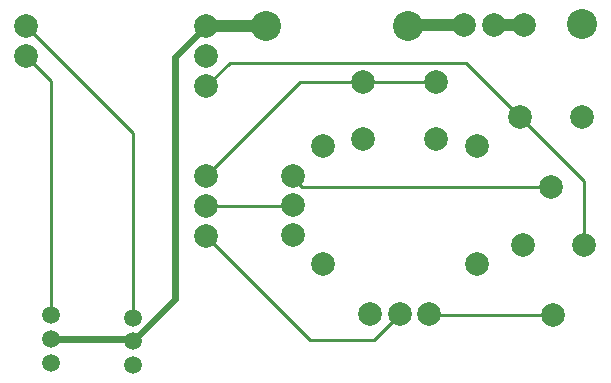
<source format=gbr>
%TF.GenerationSoftware,KiCad,Pcbnew,9.0.0*%
%TF.CreationDate,2025-03-09T11:13:04+01:00*%
%TF.ProjectId,telecommande,74656c65-636f-46d6-9d61-6e64652e6b69,rev?*%
%TF.SameCoordinates,Original*%
%TF.FileFunction,Copper,L1,Top*%
%TF.FilePolarity,Positive*%
%FSLAX46Y46*%
G04 Gerber Fmt 4.6, Leading zero omitted, Abs format (unit mm)*
G04 Created by KiCad (PCBNEW 9.0.0) date 2025-03-09 11:13:04*
%MOMM*%
%LPD*%
G01*
G04 APERTURE LIST*
%TA.AperFunction,ComponentPad*%
%ADD10C,1.500000*%
%TD*%
%TA.AperFunction,ComponentPad*%
%ADD11C,2.540000*%
%TD*%
%TA.AperFunction,ComponentPad*%
%ADD12C,2.000000*%
%TD*%
%TA.AperFunction,Conductor*%
%ADD13C,0.250000*%
%TD*%
%TA.AperFunction,Conductor*%
%ADD14C,1.000000*%
%TD*%
%TA.AperFunction,Conductor*%
%ADD15C,0.600000*%
%TD*%
G04 APERTURE END LIST*
D10*
%TO.P,D1,1,DIN*%
%TO.N,Net-(D1-DIN)*%
X86000000Y-102900000D03*
%TO.P,D1,2,VCC*%
%TO.N,+5V*%
X86000000Y-104900000D03*
%TO.P,D1,3,GND*%
%TO.N,GND*%
X86000000Y-106900000D03*
%TD*%
%TO.P,D2,1,DIN*%
%TO.N,Net-(D2-DIN)*%
X79100000Y-102700000D03*
%TO.P,D2,2,VCC*%
%TO.N,+5V*%
X79100000Y-104700000D03*
%TO.P,D2,3,GND*%
%TO.N,GND*%
X79100000Y-106700000D03*
%TD*%
D11*
%TO.P,J1,1,Pin_1*%
%TO.N,GND*%
X124000000Y-78000000D03*
%TD*%
D12*
%TO.P,SW1,1,A*%
%TO.N,Net-(SW1-A)*%
X114060000Y-78100000D03*
%TO.P,SW1,2,B*%
%TO.N,+BATT*%
X116600000Y-78100000D03*
%TO.P,SW1,3,C*%
X119140000Y-78100000D03*
%TD*%
%TO.P,RV2,1*%
%TO.N,unconnected-(RV2-Pad1)*%
X124000000Y-85900000D03*
%TO.P,RV2,2*%
%TO.N,+3.3V*%
X118800000Y-85900000D03*
%TO.P,RV2,3*%
%TO.N,Net-(RV2-Pad3)*%
X121400000Y-91800000D03*
%TD*%
%TO.P,RV1,1*%
%TO.N,+3.3V*%
X124200000Y-96750000D03*
%TO.P,RV1,2*%
%TO.N,unconnected-(RV1-Pad2)*%
X119000000Y-96750000D03*
%TO.P,RV1,3*%
%TO.N,Net-(RV1-Pad3)*%
X121600000Y-102650000D03*
%TD*%
%TO.P,U1,1,5V*%
%TO.N,+5V*%
X92220000Y-78210000D03*
%TO.P,U1,2,GND*%
%TO.N,GND*%
X92220000Y-80750000D03*
%TO.P,U1,3,3.3V*%
%TO.N,+3.3V*%
X92220000Y-83290000D03*
%TO.P,U1,6,GPIO2*%
%TO.N,Net-(U1-GPIO2)*%
X92220000Y-90910000D03*
%TO.P,U1,7,GPIO1*%
%TO.N,Net-(U1-GPIO1)*%
X92220000Y-93450000D03*
%TO.P,U1,8,GPIO0*%
%TO.N,Net-(U1-GPIO0)*%
X92220000Y-95990000D03*
%TO.P,U1,9,GPIO5*%
%TO.N,Net-(D1-DIN)*%
X76980000Y-78210000D03*
%TO.P,U1,10,GPIO6*%
%TO.N,Net-(D2-DIN)*%
X76980000Y-80750000D03*
%TD*%
%TO.P,U2,1*%
%TO.N,Net-(RV2-Pad3)*%
X99560000Y-90870000D03*
%TO.P,U2,2*%
%TO.N,Net-(U1-GPIO1)*%
X99560000Y-93370000D03*
%TO.P,U2,3*%
%TO.N,GND*%
X99560000Y-95870000D03*
%TO.P,U2,4*%
X106100000Y-102600000D03*
%TO.P,U2,5*%
%TO.N,Net-(U1-GPIO0)*%
X108600000Y-102600000D03*
%TO.P,U2,6*%
%TO.N,Net-(RV1-Pad3)*%
X111100000Y-102600000D03*
%TO.P,U2,7*%
%TO.N,GND*%
X111700000Y-87770000D03*
%TO.P,U2,8*%
X105500000Y-87770000D03*
%TO.P,U2,9*%
%TO.N,Net-(U1-GPIO2)*%
X111700000Y-82970000D03*
%TO.P,U2,10*%
X105500000Y-82970000D03*
%TO.P,U2,11,G1*%
%TO.N,GND*%
X102100000Y-98370000D03*
%TO.P,U2,12,G2*%
X115100000Y-98370000D03*
%TO.P,U2,13,G3*%
X102100000Y-88370000D03*
%TO.P,U2,14,G4*%
X115100000Y-88370000D03*
%TD*%
D11*
%TO.P,D3,1*%
%TO.N,Net-(SW1-A)*%
X109300000Y-78190000D03*
%TO.P,D3,2*%
%TO.N,+5V*%
X97300000Y-78190000D03*
%TD*%
D13*
%TO.N,Net-(D1-DIN)*%
X86000000Y-87230000D02*
X86000000Y-102900000D01*
X76980000Y-78210000D02*
X86000000Y-87230000D01*
%TO.N,Net-(D2-DIN)*%
X76980000Y-80750000D02*
X79100000Y-82870000D01*
X79100000Y-82870000D02*
X79100000Y-102700000D01*
D14*
%TO.N,Net-(SW1-A)*%
X114060000Y-78100000D02*
X109400000Y-78100000D01*
X109400000Y-78100000D02*
X109300000Y-78200000D01*
D13*
%TO.N,Net-(RV1-Pad3)*%
X122150000Y-102600000D02*
X122200000Y-102650000D01*
X111150000Y-102650000D02*
X111100000Y-102600000D01*
X121600000Y-102650000D02*
X111150000Y-102650000D01*
%TO.N,+3.3V*%
X92220000Y-83290000D02*
X94210000Y-81300000D01*
X118800000Y-85900000D02*
X124200000Y-91300000D01*
X124200000Y-91300000D02*
X124200000Y-96750000D01*
X94210000Y-81300000D02*
X114200000Y-81300000D01*
X114200000Y-81300000D02*
X118800000Y-85900000D01*
%TO.N,Net-(RV2-Pad3)*%
X121400000Y-91800000D02*
X100300000Y-91800000D01*
X100300000Y-91800000D02*
X99400000Y-90900000D01*
%TO.N,Net-(U1-GPIO0)*%
X106400000Y-104800000D02*
X108600000Y-102600000D01*
X101030000Y-104800000D02*
X106400000Y-104800000D01*
X92220000Y-95990000D02*
X101030000Y-104800000D01*
%TO.N,Net-(U1-GPIO2)*%
X92220000Y-90910000D02*
X100160000Y-82970000D01*
X100160000Y-82970000D02*
X105500000Y-82970000D01*
X105500000Y-82970000D02*
X111700000Y-82970000D01*
%TO.N,Net-(U1-GPIO1)*%
X99350000Y-93450000D02*
X99400000Y-93400000D01*
X92220000Y-93450000D02*
X99350000Y-93450000D01*
D15*
%TO.N,+5V*%
X85800000Y-104900000D02*
X85600000Y-104700000D01*
D14*
X97300000Y-78200000D02*
X92230000Y-78200000D01*
D15*
X89600000Y-80830000D02*
X89600000Y-101300000D01*
X86000000Y-104900000D02*
X85800000Y-104900000D01*
D14*
X92230000Y-78200000D02*
X92220000Y-78210000D01*
D15*
X85600000Y-104700000D02*
X79100000Y-104700000D01*
X89600000Y-101300000D02*
X86000000Y-104900000D01*
X92220000Y-78210000D02*
X89600000Y-80830000D01*
D14*
%TO.N,+BATT*%
X116600000Y-78100000D02*
X119140000Y-78100000D01*
%TD*%
M02*

</source>
